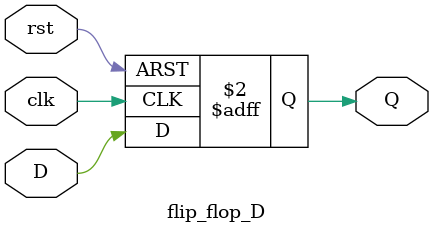
<source format=v>
module flip_flop_D(
    input wire D,
    input wire clk,
    input wire rst,   // instanciamos el rst porq garantiza que Q empiece en 0
    output reg Q
);
//FFD con reset asincrono
    always @(posedge clk or posedge rst) begin
        if (rst) begin
            Q <= 0;
       end else begin
        Q <= D;
        end
    end
//@(posedge clk or posedge rst):
//El bloque se ejecuta en cada flanco de subida del reloj (clk) o cuando el reset (rst) pasa de 0 a 1.
//=============
//if (rst):
//Si el reset está activo (rst == 1), la salida Q se pone inmediatamente en 0, 
//sin esperar al reloj (reset asíncrono).
//================
//else Q <= D;:
//Si el reset no está activo, en el próximo flanco de subida del reloj, Q toma el valor de la entrada D.

endmodule
// FFD con reset sincrono
//
// always @(posedge clk) begin
//     if (rst)
//         Q <= 1'b0;
//     else
//         Q <= D;
// end
//Cuando usas un bloque always @(posedge clk) en Verilog, el código dentro del bloque solo se ejecuta en el flanco de subida (cambio de 0 a 1) de la señal de reloj (clk).
//Solo cuando hay un flanco de subida en clk, el bloque se ejecuta.
//Si en ese momento rst está en 1, Q se pone en 0.
//Si rst está en 0, Q toma el valor de D.
</source>
